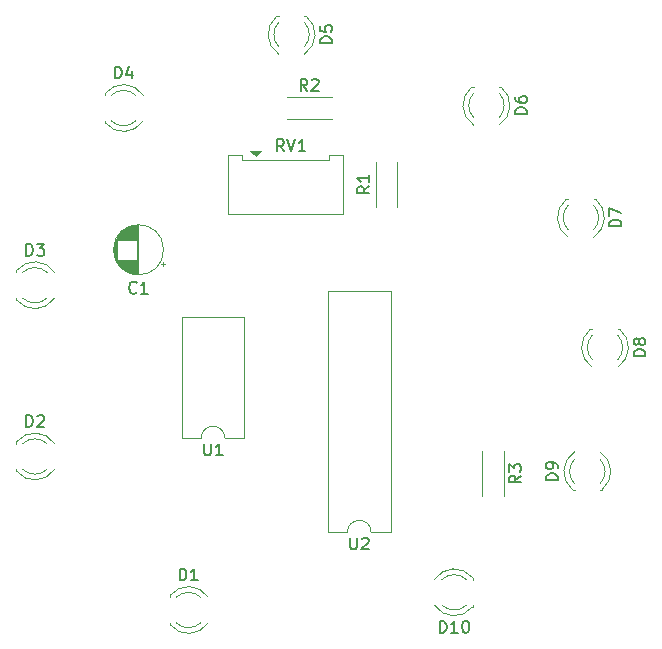
<source format=gbr>
%TF.GenerationSoftware,KiCad,Pcbnew,8.0.8*%
%TF.CreationDate,2025-01-31T19:08:08+05:30*%
%TF.ProjectId,LED Chaser circuit,4c454420-4368-4617-9365-722063697263,rev?*%
%TF.SameCoordinates,Original*%
%TF.FileFunction,Legend,Top*%
%TF.FilePolarity,Positive*%
%FSLAX46Y46*%
G04 Gerber Fmt 4.6, Leading zero omitted, Abs format (unit mm)*
G04 Created by KiCad (PCBNEW 8.0.8) date 2025-01-31 19:08:08*
%MOMM*%
%LPD*%
G01*
G04 APERTURE LIST*
%ADD10C,0.150000*%
%ADD11C,0.120000*%
G04 APERTURE END LIST*
D10*
X151428095Y-102864819D02*
X151428095Y-103674342D01*
X151428095Y-103674342D02*
X151475714Y-103769580D01*
X151475714Y-103769580D02*
X151523333Y-103817200D01*
X151523333Y-103817200D02*
X151618571Y-103864819D01*
X151618571Y-103864819D02*
X151809047Y-103864819D01*
X151809047Y-103864819D02*
X151904285Y-103817200D01*
X151904285Y-103817200D02*
X151951904Y-103769580D01*
X151951904Y-103769580D02*
X151999523Y-103674342D01*
X151999523Y-103674342D02*
X151999523Y-102864819D01*
X152428095Y-102960057D02*
X152475714Y-102912438D01*
X152475714Y-102912438D02*
X152570952Y-102864819D01*
X152570952Y-102864819D02*
X152809047Y-102864819D01*
X152809047Y-102864819D02*
X152904285Y-102912438D01*
X152904285Y-102912438D02*
X152951904Y-102960057D01*
X152951904Y-102960057D02*
X152999523Y-103055295D01*
X152999523Y-103055295D02*
X152999523Y-103150533D01*
X152999523Y-103150533D02*
X152951904Y-103293390D01*
X152951904Y-103293390D02*
X152380476Y-103864819D01*
X152380476Y-103864819D02*
X152999523Y-103864819D01*
X139048095Y-94904819D02*
X139048095Y-95714342D01*
X139048095Y-95714342D02*
X139095714Y-95809580D01*
X139095714Y-95809580D02*
X139143333Y-95857200D01*
X139143333Y-95857200D02*
X139238571Y-95904819D01*
X139238571Y-95904819D02*
X139429047Y-95904819D01*
X139429047Y-95904819D02*
X139524285Y-95857200D01*
X139524285Y-95857200D02*
X139571904Y-95809580D01*
X139571904Y-95809580D02*
X139619523Y-95714342D01*
X139619523Y-95714342D02*
X139619523Y-94904819D01*
X140619523Y-95904819D02*
X140048095Y-95904819D01*
X140333809Y-95904819D02*
X140333809Y-94904819D01*
X140333809Y-94904819D02*
X140238571Y-95047676D01*
X140238571Y-95047676D02*
X140143333Y-95142914D01*
X140143333Y-95142914D02*
X140048095Y-95190533D01*
X145824761Y-70154819D02*
X145491428Y-69678628D01*
X145253333Y-70154819D02*
X145253333Y-69154819D01*
X145253333Y-69154819D02*
X145634285Y-69154819D01*
X145634285Y-69154819D02*
X145729523Y-69202438D01*
X145729523Y-69202438D02*
X145777142Y-69250057D01*
X145777142Y-69250057D02*
X145824761Y-69345295D01*
X145824761Y-69345295D02*
X145824761Y-69488152D01*
X145824761Y-69488152D02*
X145777142Y-69583390D01*
X145777142Y-69583390D02*
X145729523Y-69631009D01*
X145729523Y-69631009D02*
X145634285Y-69678628D01*
X145634285Y-69678628D02*
X145253333Y-69678628D01*
X146110476Y-69154819D02*
X146443809Y-70154819D01*
X146443809Y-70154819D02*
X146777142Y-69154819D01*
X147634285Y-70154819D02*
X147062857Y-70154819D01*
X147348571Y-70154819D02*
X147348571Y-69154819D01*
X147348571Y-69154819D02*
X147253333Y-69297676D01*
X147253333Y-69297676D02*
X147158095Y-69392914D01*
X147158095Y-69392914D02*
X147062857Y-69440533D01*
X165874819Y-97626666D02*
X165398628Y-97959999D01*
X165874819Y-98198094D02*
X164874819Y-98198094D01*
X164874819Y-98198094D02*
X164874819Y-97817142D01*
X164874819Y-97817142D02*
X164922438Y-97721904D01*
X164922438Y-97721904D02*
X164970057Y-97674285D01*
X164970057Y-97674285D02*
X165065295Y-97626666D01*
X165065295Y-97626666D02*
X165208152Y-97626666D01*
X165208152Y-97626666D02*
X165303390Y-97674285D01*
X165303390Y-97674285D02*
X165351009Y-97721904D01*
X165351009Y-97721904D02*
X165398628Y-97817142D01*
X165398628Y-97817142D02*
X165398628Y-98198094D01*
X164874819Y-97293332D02*
X164874819Y-96674285D01*
X164874819Y-96674285D02*
X165255771Y-97007618D01*
X165255771Y-97007618D02*
X165255771Y-96864761D01*
X165255771Y-96864761D02*
X165303390Y-96769523D01*
X165303390Y-96769523D02*
X165351009Y-96721904D01*
X165351009Y-96721904D02*
X165446247Y-96674285D01*
X165446247Y-96674285D02*
X165684342Y-96674285D01*
X165684342Y-96674285D02*
X165779580Y-96721904D01*
X165779580Y-96721904D02*
X165827200Y-96769523D01*
X165827200Y-96769523D02*
X165874819Y-96864761D01*
X165874819Y-96864761D02*
X165874819Y-97150475D01*
X165874819Y-97150475D02*
X165827200Y-97245713D01*
X165827200Y-97245713D02*
X165779580Y-97293332D01*
X147793333Y-65034819D02*
X147460000Y-64558628D01*
X147221905Y-65034819D02*
X147221905Y-64034819D01*
X147221905Y-64034819D02*
X147602857Y-64034819D01*
X147602857Y-64034819D02*
X147698095Y-64082438D01*
X147698095Y-64082438D02*
X147745714Y-64130057D01*
X147745714Y-64130057D02*
X147793333Y-64225295D01*
X147793333Y-64225295D02*
X147793333Y-64368152D01*
X147793333Y-64368152D02*
X147745714Y-64463390D01*
X147745714Y-64463390D02*
X147698095Y-64511009D01*
X147698095Y-64511009D02*
X147602857Y-64558628D01*
X147602857Y-64558628D02*
X147221905Y-64558628D01*
X148174286Y-64130057D02*
X148221905Y-64082438D01*
X148221905Y-64082438D02*
X148317143Y-64034819D01*
X148317143Y-64034819D02*
X148555238Y-64034819D01*
X148555238Y-64034819D02*
X148650476Y-64082438D01*
X148650476Y-64082438D02*
X148698095Y-64130057D01*
X148698095Y-64130057D02*
X148745714Y-64225295D01*
X148745714Y-64225295D02*
X148745714Y-64320533D01*
X148745714Y-64320533D02*
X148698095Y-64463390D01*
X148698095Y-64463390D02*
X148126667Y-65034819D01*
X148126667Y-65034819D02*
X148745714Y-65034819D01*
X153034819Y-73126666D02*
X152558628Y-73459999D01*
X153034819Y-73698094D02*
X152034819Y-73698094D01*
X152034819Y-73698094D02*
X152034819Y-73317142D01*
X152034819Y-73317142D02*
X152082438Y-73221904D01*
X152082438Y-73221904D02*
X152130057Y-73174285D01*
X152130057Y-73174285D02*
X152225295Y-73126666D01*
X152225295Y-73126666D02*
X152368152Y-73126666D01*
X152368152Y-73126666D02*
X152463390Y-73174285D01*
X152463390Y-73174285D02*
X152511009Y-73221904D01*
X152511009Y-73221904D02*
X152558628Y-73317142D01*
X152558628Y-73317142D02*
X152558628Y-73698094D01*
X153034819Y-72174285D02*
X153034819Y-72745713D01*
X153034819Y-72459999D02*
X152034819Y-72459999D01*
X152034819Y-72459999D02*
X152177676Y-72555237D01*
X152177676Y-72555237D02*
X152272914Y-72650475D01*
X152272914Y-72650475D02*
X152320533Y-72745713D01*
X159015714Y-110914819D02*
X159015714Y-109914819D01*
X159015714Y-109914819D02*
X159253809Y-109914819D01*
X159253809Y-109914819D02*
X159396666Y-109962438D01*
X159396666Y-109962438D02*
X159491904Y-110057676D01*
X159491904Y-110057676D02*
X159539523Y-110152914D01*
X159539523Y-110152914D02*
X159587142Y-110343390D01*
X159587142Y-110343390D02*
X159587142Y-110486247D01*
X159587142Y-110486247D02*
X159539523Y-110676723D01*
X159539523Y-110676723D02*
X159491904Y-110771961D01*
X159491904Y-110771961D02*
X159396666Y-110867200D01*
X159396666Y-110867200D02*
X159253809Y-110914819D01*
X159253809Y-110914819D02*
X159015714Y-110914819D01*
X160539523Y-110914819D02*
X159968095Y-110914819D01*
X160253809Y-110914819D02*
X160253809Y-109914819D01*
X160253809Y-109914819D02*
X160158571Y-110057676D01*
X160158571Y-110057676D02*
X160063333Y-110152914D01*
X160063333Y-110152914D02*
X159968095Y-110200533D01*
X161158571Y-109914819D02*
X161253809Y-109914819D01*
X161253809Y-109914819D02*
X161349047Y-109962438D01*
X161349047Y-109962438D02*
X161396666Y-110010057D01*
X161396666Y-110010057D02*
X161444285Y-110105295D01*
X161444285Y-110105295D02*
X161491904Y-110295771D01*
X161491904Y-110295771D02*
X161491904Y-110533866D01*
X161491904Y-110533866D02*
X161444285Y-110724342D01*
X161444285Y-110724342D02*
X161396666Y-110819580D01*
X161396666Y-110819580D02*
X161349047Y-110867200D01*
X161349047Y-110867200D02*
X161253809Y-110914819D01*
X161253809Y-110914819D02*
X161158571Y-110914819D01*
X161158571Y-110914819D02*
X161063333Y-110867200D01*
X161063333Y-110867200D02*
X161015714Y-110819580D01*
X161015714Y-110819580D02*
X160968095Y-110724342D01*
X160968095Y-110724342D02*
X160920476Y-110533866D01*
X160920476Y-110533866D02*
X160920476Y-110295771D01*
X160920476Y-110295771D02*
X160968095Y-110105295D01*
X160968095Y-110105295D02*
X161015714Y-110010057D01*
X161015714Y-110010057D02*
X161063333Y-109962438D01*
X161063333Y-109962438D02*
X161158571Y-109914819D01*
X168994819Y-98008094D02*
X167994819Y-98008094D01*
X167994819Y-98008094D02*
X167994819Y-97769999D01*
X167994819Y-97769999D02*
X168042438Y-97627142D01*
X168042438Y-97627142D02*
X168137676Y-97531904D01*
X168137676Y-97531904D02*
X168232914Y-97484285D01*
X168232914Y-97484285D02*
X168423390Y-97436666D01*
X168423390Y-97436666D02*
X168566247Y-97436666D01*
X168566247Y-97436666D02*
X168756723Y-97484285D01*
X168756723Y-97484285D02*
X168851961Y-97531904D01*
X168851961Y-97531904D02*
X168947200Y-97627142D01*
X168947200Y-97627142D02*
X168994819Y-97769999D01*
X168994819Y-97769999D02*
X168994819Y-98008094D01*
X168994819Y-96960475D02*
X168994819Y-96769999D01*
X168994819Y-96769999D02*
X168947200Y-96674761D01*
X168947200Y-96674761D02*
X168899580Y-96627142D01*
X168899580Y-96627142D02*
X168756723Y-96531904D01*
X168756723Y-96531904D02*
X168566247Y-96484285D01*
X168566247Y-96484285D02*
X168185295Y-96484285D01*
X168185295Y-96484285D02*
X168090057Y-96531904D01*
X168090057Y-96531904D02*
X168042438Y-96579523D01*
X168042438Y-96579523D02*
X167994819Y-96674761D01*
X167994819Y-96674761D02*
X167994819Y-96865237D01*
X167994819Y-96865237D02*
X168042438Y-96960475D01*
X168042438Y-96960475D02*
X168090057Y-97008094D01*
X168090057Y-97008094D02*
X168185295Y-97055713D01*
X168185295Y-97055713D02*
X168423390Y-97055713D01*
X168423390Y-97055713D02*
X168518628Y-97008094D01*
X168518628Y-97008094D02*
X168566247Y-96960475D01*
X168566247Y-96960475D02*
X168613866Y-96865237D01*
X168613866Y-96865237D02*
X168613866Y-96674761D01*
X168613866Y-96674761D02*
X168566247Y-96579523D01*
X168566247Y-96579523D02*
X168518628Y-96531904D01*
X168518628Y-96531904D02*
X168423390Y-96484285D01*
X176414819Y-87508094D02*
X175414819Y-87508094D01*
X175414819Y-87508094D02*
X175414819Y-87269999D01*
X175414819Y-87269999D02*
X175462438Y-87127142D01*
X175462438Y-87127142D02*
X175557676Y-87031904D01*
X175557676Y-87031904D02*
X175652914Y-86984285D01*
X175652914Y-86984285D02*
X175843390Y-86936666D01*
X175843390Y-86936666D02*
X175986247Y-86936666D01*
X175986247Y-86936666D02*
X176176723Y-86984285D01*
X176176723Y-86984285D02*
X176271961Y-87031904D01*
X176271961Y-87031904D02*
X176367200Y-87127142D01*
X176367200Y-87127142D02*
X176414819Y-87269999D01*
X176414819Y-87269999D02*
X176414819Y-87508094D01*
X175843390Y-86365237D02*
X175795771Y-86460475D01*
X175795771Y-86460475D02*
X175748152Y-86508094D01*
X175748152Y-86508094D02*
X175652914Y-86555713D01*
X175652914Y-86555713D02*
X175605295Y-86555713D01*
X175605295Y-86555713D02*
X175510057Y-86508094D01*
X175510057Y-86508094D02*
X175462438Y-86460475D01*
X175462438Y-86460475D02*
X175414819Y-86365237D01*
X175414819Y-86365237D02*
X175414819Y-86174761D01*
X175414819Y-86174761D02*
X175462438Y-86079523D01*
X175462438Y-86079523D02*
X175510057Y-86031904D01*
X175510057Y-86031904D02*
X175605295Y-85984285D01*
X175605295Y-85984285D02*
X175652914Y-85984285D01*
X175652914Y-85984285D02*
X175748152Y-86031904D01*
X175748152Y-86031904D02*
X175795771Y-86079523D01*
X175795771Y-86079523D02*
X175843390Y-86174761D01*
X175843390Y-86174761D02*
X175843390Y-86365237D01*
X175843390Y-86365237D02*
X175891009Y-86460475D01*
X175891009Y-86460475D02*
X175938628Y-86508094D01*
X175938628Y-86508094D02*
X176033866Y-86555713D01*
X176033866Y-86555713D02*
X176224342Y-86555713D01*
X176224342Y-86555713D02*
X176319580Y-86508094D01*
X176319580Y-86508094D02*
X176367200Y-86460475D01*
X176367200Y-86460475D02*
X176414819Y-86365237D01*
X176414819Y-86365237D02*
X176414819Y-86174761D01*
X176414819Y-86174761D02*
X176367200Y-86079523D01*
X176367200Y-86079523D02*
X176319580Y-86031904D01*
X176319580Y-86031904D02*
X176224342Y-85984285D01*
X176224342Y-85984285D02*
X176033866Y-85984285D01*
X176033866Y-85984285D02*
X175938628Y-86031904D01*
X175938628Y-86031904D02*
X175891009Y-86079523D01*
X175891009Y-86079523D02*
X175843390Y-86174761D01*
X174374819Y-76508094D02*
X173374819Y-76508094D01*
X173374819Y-76508094D02*
X173374819Y-76269999D01*
X173374819Y-76269999D02*
X173422438Y-76127142D01*
X173422438Y-76127142D02*
X173517676Y-76031904D01*
X173517676Y-76031904D02*
X173612914Y-75984285D01*
X173612914Y-75984285D02*
X173803390Y-75936666D01*
X173803390Y-75936666D02*
X173946247Y-75936666D01*
X173946247Y-75936666D02*
X174136723Y-75984285D01*
X174136723Y-75984285D02*
X174231961Y-76031904D01*
X174231961Y-76031904D02*
X174327200Y-76127142D01*
X174327200Y-76127142D02*
X174374819Y-76269999D01*
X174374819Y-76269999D02*
X174374819Y-76508094D01*
X173374819Y-75603332D02*
X173374819Y-74936666D01*
X173374819Y-74936666D02*
X174374819Y-75365237D01*
X166374819Y-67008094D02*
X165374819Y-67008094D01*
X165374819Y-67008094D02*
X165374819Y-66769999D01*
X165374819Y-66769999D02*
X165422438Y-66627142D01*
X165422438Y-66627142D02*
X165517676Y-66531904D01*
X165517676Y-66531904D02*
X165612914Y-66484285D01*
X165612914Y-66484285D02*
X165803390Y-66436666D01*
X165803390Y-66436666D02*
X165946247Y-66436666D01*
X165946247Y-66436666D02*
X166136723Y-66484285D01*
X166136723Y-66484285D02*
X166231961Y-66531904D01*
X166231961Y-66531904D02*
X166327200Y-66627142D01*
X166327200Y-66627142D02*
X166374819Y-66769999D01*
X166374819Y-66769999D02*
X166374819Y-67008094D01*
X165374819Y-65579523D02*
X165374819Y-65769999D01*
X165374819Y-65769999D02*
X165422438Y-65865237D01*
X165422438Y-65865237D02*
X165470057Y-65912856D01*
X165470057Y-65912856D02*
X165612914Y-66008094D01*
X165612914Y-66008094D02*
X165803390Y-66055713D01*
X165803390Y-66055713D02*
X166184342Y-66055713D01*
X166184342Y-66055713D02*
X166279580Y-66008094D01*
X166279580Y-66008094D02*
X166327200Y-65960475D01*
X166327200Y-65960475D02*
X166374819Y-65865237D01*
X166374819Y-65865237D02*
X166374819Y-65674761D01*
X166374819Y-65674761D02*
X166327200Y-65579523D01*
X166327200Y-65579523D02*
X166279580Y-65531904D01*
X166279580Y-65531904D02*
X166184342Y-65484285D01*
X166184342Y-65484285D02*
X165946247Y-65484285D01*
X165946247Y-65484285D02*
X165851009Y-65531904D01*
X165851009Y-65531904D02*
X165803390Y-65579523D01*
X165803390Y-65579523D02*
X165755771Y-65674761D01*
X165755771Y-65674761D02*
X165755771Y-65865237D01*
X165755771Y-65865237D02*
X165803390Y-65960475D01*
X165803390Y-65960475D02*
X165851009Y-66008094D01*
X165851009Y-66008094D02*
X165946247Y-66055713D01*
X149874819Y-61008094D02*
X148874819Y-61008094D01*
X148874819Y-61008094D02*
X148874819Y-60769999D01*
X148874819Y-60769999D02*
X148922438Y-60627142D01*
X148922438Y-60627142D02*
X149017676Y-60531904D01*
X149017676Y-60531904D02*
X149112914Y-60484285D01*
X149112914Y-60484285D02*
X149303390Y-60436666D01*
X149303390Y-60436666D02*
X149446247Y-60436666D01*
X149446247Y-60436666D02*
X149636723Y-60484285D01*
X149636723Y-60484285D02*
X149731961Y-60531904D01*
X149731961Y-60531904D02*
X149827200Y-60627142D01*
X149827200Y-60627142D02*
X149874819Y-60769999D01*
X149874819Y-60769999D02*
X149874819Y-61008094D01*
X148874819Y-59531904D02*
X148874819Y-60008094D01*
X148874819Y-60008094D02*
X149351009Y-60055713D01*
X149351009Y-60055713D02*
X149303390Y-60008094D01*
X149303390Y-60008094D02*
X149255771Y-59912856D01*
X149255771Y-59912856D02*
X149255771Y-59674761D01*
X149255771Y-59674761D02*
X149303390Y-59579523D01*
X149303390Y-59579523D02*
X149351009Y-59531904D01*
X149351009Y-59531904D02*
X149446247Y-59484285D01*
X149446247Y-59484285D02*
X149684342Y-59484285D01*
X149684342Y-59484285D02*
X149779580Y-59531904D01*
X149779580Y-59531904D02*
X149827200Y-59579523D01*
X149827200Y-59579523D02*
X149874819Y-59674761D01*
X149874819Y-59674761D02*
X149874819Y-59912856D01*
X149874819Y-59912856D02*
X149827200Y-60008094D01*
X149827200Y-60008094D02*
X149779580Y-60055713D01*
X131491905Y-63994819D02*
X131491905Y-62994819D01*
X131491905Y-62994819D02*
X131730000Y-62994819D01*
X131730000Y-62994819D02*
X131872857Y-63042438D01*
X131872857Y-63042438D02*
X131968095Y-63137676D01*
X131968095Y-63137676D02*
X132015714Y-63232914D01*
X132015714Y-63232914D02*
X132063333Y-63423390D01*
X132063333Y-63423390D02*
X132063333Y-63566247D01*
X132063333Y-63566247D02*
X132015714Y-63756723D01*
X132015714Y-63756723D02*
X131968095Y-63851961D01*
X131968095Y-63851961D02*
X131872857Y-63947200D01*
X131872857Y-63947200D02*
X131730000Y-63994819D01*
X131730000Y-63994819D02*
X131491905Y-63994819D01*
X132920476Y-63328152D02*
X132920476Y-63994819D01*
X132682381Y-62947200D02*
X132444286Y-63661485D01*
X132444286Y-63661485D02*
X133063333Y-63661485D01*
X123991905Y-78994819D02*
X123991905Y-77994819D01*
X123991905Y-77994819D02*
X124230000Y-77994819D01*
X124230000Y-77994819D02*
X124372857Y-78042438D01*
X124372857Y-78042438D02*
X124468095Y-78137676D01*
X124468095Y-78137676D02*
X124515714Y-78232914D01*
X124515714Y-78232914D02*
X124563333Y-78423390D01*
X124563333Y-78423390D02*
X124563333Y-78566247D01*
X124563333Y-78566247D02*
X124515714Y-78756723D01*
X124515714Y-78756723D02*
X124468095Y-78851961D01*
X124468095Y-78851961D02*
X124372857Y-78947200D01*
X124372857Y-78947200D02*
X124230000Y-78994819D01*
X124230000Y-78994819D02*
X123991905Y-78994819D01*
X124896667Y-77994819D02*
X125515714Y-77994819D01*
X125515714Y-77994819D02*
X125182381Y-78375771D01*
X125182381Y-78375771D02*
X125325238Y-78375771D01*
X125325238Y-78375771D02*
X125420476Y-78423390D01*
X125420476Y-78423390D02*
X125468095Y-78471009D01*
X125468095Y-78471009D02*
X125515714Y-78566247D01*
X125515714Y-78566247D02*
X125515714Y-78804342D01*
X125515714Y-78804342D02*
X125468095Y-78899580D01*
X125468095Y-78899580D02*
X125420476Y-78947200D01*
X125420476Y-78947200D02*
X125325238Y-78994819D01*
X125325238Y-78994819D02*
X125039524Y-78994819D01*
X125039524Y-78994819D02*
X124944286Y-78947200D01*
X124944286Y-78947200D02*
X124896667Y-78899580D01*
X123991905Y-93494819D02*
X123991905Y-92494819D01*
X123991905Y-92494819D02*
X124230000Y-92494819D01*
X124230000Y-92494819D02*
X124372857Y-92542438D01*
X124372857Y-92542438D02*
X124468095Y-92637676D01*
X124468095Y-92637676D02*
X124515714Y-92732914D01*
X124515714Y-92732914D02*
X124563333Y-92923390D01*
X124563333Y-92923390D02*
X124563333Y-93066247D01*
X124563333Y-93066247D02*
X124515714Y-93256723D01*
X124515714Y-93256723D02*
X124468095Y-93351961D01*
X124468095Y-93351961D02*
X124372857Y-93447200D01*
X124372857Y-93447200D02*
X124230000Y-93494819D01*
X124230000Y-93494819D02*
X123991905Y-93494819D01*
X124944286Y-92590057D02*
X124991905Y-92542438D01*
X124991905Y-92542438D02*
X125087143Y-92494819D01*
X125087143Y-92494819D02*
X125325238Y-92494819D01*
X125325238Y-92494819D02*
X125420476Y-92542438D01*
X125420476Y-92542438D02*
X125468095Y-92590057D01*
X125468095Y-92590057D02*
X125515714Y-92685295D01*
X125515714Y-92685295D02*
X125515714Y-92780533D01*
X125515714Y-92780533D02*
X125468095Y-92923390D01*
X125468095Y-92923390D02*
X124896667Y-93494819D01*
X124896667Y-93494819D02*
X125515714Y-93494819D01*
X136991905Y-106494819D02*
X136991905Y-105494819D01*
X136991905Y-105494819D02*
X137230000Y-105494819D01*
X137230000Y-105494819D02*
X137372857Y-105542438D01*
X137372857Y-105542438D02*
X137468095Y-105637676D01*
X137468095Y-105637676D02*
X137515714Y-105732914D01*
X137515714Y-105732914D02*
X137563333Y-105923390D01*
X137563333Y-105923390D02*
X137563333Y-106066247D01*
X137563333Y-106066247D02*
X137515714Y-106256723D01*
X137515714Y-106256723D02*
X137468095Y-106351961D01*
X137468095Y-106351961D02*
X137372857Y-106447200D01*
X137372857Y-106447200D02*
X137230000Y-106494819D01*
X137230000Y-106494819D02*
X136991905Y-106494819D01*
X138515714Y-106494819D02*
X137944286Y-106494819D01*
X138230000Y-106494819D02*
X138230000Y-105494819D01*
X138230000Y-105494819D02*
X138134762Y-105637676D01*
X138134762Y-105637676D02*
X138039524Y-105732914D01*
X138039524Y-105732914D02*
X137944286Y-105780533D01*
X133333333Y-82109580D02*
X133285714Y-82157200D01*
X133285714Y-82157200D02*
X133142857Y-82204819D01*
X133142857Y-82204819D02*
X133047619Y-82204819D01*
X133047619Y-82204819D02*
X132904762Y-82157200D01*
X132904762Y-82157200D02*
X132809524Y-82061961D01*
X132809524Y-82061961D02*
X132761905Y-81966723D01*
X132761905Y-81966723D02*
X132714286Y-81776247D01*
X132714286Y-81776247D02*
X132714286Y-81633390D01*
X132714286Y-81633390D02*
X132761905Y-81442914D01*
X132761905Y-81442914D02*
X132809524Y-81347676D01*
X132809524Y-81347676D02*
X132904762Y-81252438D01*
X132904762Y-81252438D02*
X133047619Y-81204819D01*
X133047619Y-81204819D02*
X133142857Y-81204819D01*
X133142857Y-81204819D02*
X133285714Y-81252438D01*
X133285714Y-81252438D02*
X133333333Y-81300057D01*
X134285714Y-82204819D02*
X133714286Y-82204819D01*
X134000000Y-82204819D02*
X134000000Y-81204819D01*
X134000000Y-81204819D02*
X133904762Y-81347676D01*
X133904762Y-81347676D02*
X133809524Y-81442914D01*
X133809524Y-81442914D02*
X133714286Y-81490533D01*
D11*
%TO.C,U2*%
X154840000Y-102410000D02*
X154840000Y-81970000D01*
X154840000Y-81970000D02*
X149540000Y-81970000D01*
X153190000Y-102410000D02*
X154840000Y-102410000D01*
X149540000Y-102410000D02*
X151190000Y-102410000D01*
X149540000Y-81970000D02*
X149540000Y-102410000D01*
X151190000Y-102410000D02*
G75*
G02*
X153190000Y-102410000I1000000J0D01*
G01*
%TO.C,U1*%
X142460000Y-94450000D02*
X142460000Y-84170000D01*
X142460000Y-84170000D02*
X137160000Y-84170000D01*
X140810000Y-94450000D02*
X142460000Y-94450000D01*
X137160000Y-94450000D02*
X138810000Y-94450000D01*
X137160000Y-84170000D02*
X137160000Y-94450000D01*
X138810000Y-94450000D02*
G75*
G02*
X140810000Y-94450000I1000000J0D01*
G01*
%TO.C,RV1*%
X141085000Y-70450000D02*
X141085000Y-75500000D01*
X141085000Y-75500000D02*
X150835000Y-75500000D01*
X142305000Y-70450000D02*
X141085000Y-70450000D01*
X142305000Y-70450000D02*
X142305000Y-70890000D01*
X142305000Y-70890000D02*
X149615000Y-70890000D01*
X149615000Y-70450000D02*
X149615000Y-70890000D01*
X149615000Y-70450000D02*
X150835000Y-70450000D01*
X150835000Y-75500000D02*
X150835000Y-70450000D01*
X143420000Y-70600000D02*
X142970000Y-70100000D01*
X143870000Y-70100000D01*
X143420000Y-70600000D01*
G36*
X143420000Y-70600000D02*
G01*
X142970000Y-70100000D01*
X143870000Y-70100000D01*
X143420000Y-70600000D01*
G37*
%TO.C,R3*%
X164420000Y-95540000D02*
X164420000Y-99380000D01*
X162580000Y-95540000D02*
X162580000Y-99380000D01*
%TO.C,R2*%
X146040000Y-65580000D02*
X149880000Y-65580000D01*
X146040000Y-67420000D02*
X149880000Y-67420000D01*
%TO.C,R1*%
X153580000Y-74880000D02*
X153580000Y-71040000D01*
X155420000Y-74880000D02*
X155420000Y-71040000D01*
%TO.C,D10*%
X161790000Y-108736000D02*
X161790000Y-108580000D01*
X161790000Y-106420000D02*
X161790000Y-106264000D01*
X161790000Y-108735516D02*
G75*
G02*
X158558603Y-108580061I-1560000J1235516D01*
G01*
X161270961Y-108580000D02*
G75*
G02*
X159189090Y-108580049I-1040961J1080000D01*
G01*
X159189090Y-106419951D02*
G75*
G02*
X161270961Y-106420000I1040910J-1080049D01*
G01*
X158558603Y-106419939D02*
G75*
G02*
X161790000Y-106264484I1671397J-1080061D01*
G01*
%TO.C,D9*%
X170264000Y-98830000D02*
X170420000Y-98830000D01*
X172580000Y-98830000D02*
X172736000Y-98830000D01*
X170264484Y-98830000D02*
G75*
G02*
X170419939Y-95598603I1235516J1560000D01*
G01*
X170420000Y-98310961D02*
G75*
G02*
X170419951Y-96229090I1080000J1040961D01*
G01*
X172580049Y-96229090D02*
G75*
G02*
X172580000Y-98310961I-1080049J-1040910D01*
G01*
X172580061Y-95598603D02*
G75*
G02*
X172735516Y-98830000I-1080061J-1671397D01*
G01*
%TO.C,D8*%
X174236000Y-85210000D02*
X174080000Y-85210000D01*
X171920000Y-85210000D02*
X171764000Y-85210000D01*
X174235516Y-85210000D02*
G75*
G02*
X174080061Y-88441397I-1235516J-1560000D01*
G01*
X174080000Y-85729039D02*
G75*
G02*
X174080049Y-87810910I-1080000J-1040961D01*
G01*
X171919951Y-87810910D02*
G75*
G02*
X171920000Y-85729039I1080049J1040910D01*
G01*
X171919939Y-88441397D02*
G75*
G02*
X171764484Y-85210000I1080061J1671397D01*
G01*
%TO.C,D7*%
X172196000Y-74210000D02*
X172040000Y-74210000D01*
X169880000Y-74210000D02*
X169724000Y-74210000D01*
X172195516Y-74210000D02*
G75*
G02*
X172040061Y-77441397I-1235516J-1560000D01*
G01*
X172040000Y-74729039D02*
G75*
G02*
X172040049Y-76810910I-1080000J-1040961D01*
G01*
X169879951Y-76810910D02*
G75*
G02*
X169880000Y-74729039I1080049J1040910D01*
G01*
X169879939Y-77441397D02*
G75*
G02*
X169724484Y-74210000I1080061J1671397D01*
G01*
%TO.C,D6*%
X164196000Y-64710000D02*
X164040000Y-64710000D01*
X161880000Y-64710000D02*
X161724000Y-64710000D01*
X164195516Y-64710000D02*
G75*
G02*
X164040061Y-67941397I-1235516J-1560000D01*
G01*
X164040000Y-65229039D02*
G75*
G02*
X164040049Y-67310910I-1080000J-1040961D01*
G01*
X161879951Y-67310910D02*
G75*
G02*
X161880000Y-65229039I1080049J1040910D01*
G01*
X161879939Y-67941397D02*
G75*
G02*
X161724484Y-64710000I1080061J1671397D01*
G01*
%TO.C,D5*%
X147696000Y-58710000D02*
X147540000Y-58710000D01*
X145380000Y-58710000D02*
X145224000Y-58710000D01*
X147695516Y-58710000D02*
G75*
G02*
X147540061Y-61941397I-1235516J-1560000D01*
G01*
X147540000Y-59229039D02*
G75*
G02*
X147540049Y-61310910I-1080000J-1040961D01*
G01*
X145379951Y-61310910D02*
G75*
G02*
X145380000Y-59229039I1080049J1040910D01*
G01*
X145379939Y-61941397D02*
G75*
G02*
X145224484Y-58710000I1080061J1671397D01*
G01*
%TO.C,D4*%
X130670000Y-65264000D02*
X130670000Y-65420000D01*
X130670000Y-67580000D02*
X130670000Y-67736000D01*
X130670000Y-65264484D02*
G75*
G02*
X133901397Y-65419939I1560000J-1235516D01*
G01*
X131189039Y-65420000D02*
G75*
G02*
X133270910Y-65419951I1040961J-1080000D01*
G01*
X133270910Y-67580049D02*
G75*
G02*
X131189039Y-67580000I-1040910J1080049D01*
G01*
X133901397Y-67580061D02*
G75*
G02*
X130670000Y-67735516I-1671397J1080061D01*
G01*
%TO.C,D3*%
X123170000Y-80264000D02*
X123170000Y-80420000D01*
X123170000Y-82580000D02*
X123170000Y-82736000D01*
X123170000Y-80264484D02*
G75*
G02*
X126401397Y-80419939I1560000J-1235516D01*
G01*
X123689039Y-80420000D02*
G75*
G02*
X125770910Y-80419951I1040961J-1080000D01*
G01*
X125770910Y-82580049D02*
G75*
G02*
X123689039Y-82580000I-1040910J1080049D01*
G01*
X126401397Y-82580061D02*
G75*
G02*
X123170000Y-82735516I-1671397J1080061D01*
G01*
%TO.C,D2*%
X123170000Y-94764000D02*
X123170000Y-94920000D01*
X123170000Y-97080000D02*
X123170000Y-97236000D01*
X123170000Y-94764484D02*
G75*
G02*
X126401397Y-94919939I1560000J-1235516D01*
G01*
X123689039Y-94920000D02*
G75*
G02*
X125770910Y-94919951I1040961J-1080000D01*
G01*
X125770910Y-97080049D02*
G75*
G02*
X123689039Y-97080000I-1040910J1080049D01*
G01*
X126401397Y-97080061D02*
G75*
G02*
X123170000Y-97235516I-1671397J1080061D01*
G01*
%TO.C,D1*%
X136170000Y-107764000D02*
X136170000Y-107920000D01*
X136170000Y-110080000D02*
X136170000Y-110236000D01*
X136170000Y-107764484D02*
G75*
G02*
X139401397Y-107919939I1560000J-1235516D01*
G01*
X136689039Y-107920000D02*
G75*
G02*
X138770910Y-107919951I1040961J-1080000D01*
G01*
X138770910Y-110080049D02*
G75*
G02*
X136689039Y-110080000I-1040910J1080049D01*
G01*
X139401397Y-110080061D02*
G75*
G02*
X136170000Y-110235516I-1671397J1080061D01*
G01*
%TO.C,C1*%
X135620000Y-78500000D02*
G75*
G02*
X131380000Y-78500000I-2120000J0D01*
G01*
X131380000Y-78500000D02*
G75*
G02*
X135620000Y-78500000I2120000J0D01*
G01*
X131419000Y-78870000D02*
X131419000Y-78130000D01*
X131459000Y-79037000D02*
X131459000Y-77963000D01*
X131499000Y-79164000D02*
X131499000Y-77836000D01*
X131539000Y-79268000D02*
X131539000Y-77732000D01*
X131579000Y-79359000D02*
X131579000Y-77641000D01*
X131619000Y-79440000D02*
X131619000Y-77560000D01*
X131659000Y-79513000D02*
X131659000Y-77487000D01*
X131699000Y-77660000D02*
X131699000Y-77420000D01*
X131699000Y-79580000D02*
X131699000Y-79340000D01*
X131739000Y-77660000D02*
X131739000Y-77358000D01*
X131739000Y-79642000D02*
X131739000Y-79340000D01*
X131779000Y-77660000D02*
X131779000Y-77300000D01*
X131779000Y-79700000D02*
X131779000Y-79340000D01*
X131819000Y-77660000D02*
X131819000Y-77246000D01*
X131819000Y-79754000D02*
X131819000Y-79340000D01*
X131859000Y-77660000D02*
X131859000Y-77196000D01*
X131859000Y-79804000D02*
X131859000Y-79340000D01*
X131899000Y-77660000D02*
X131899000Y-77149000D01*
X131899000Y-79851000D02*
X131899000Y-79340000D01*
X131939000Y-77660000D02*
X131939000Y-77104000D01*
X131939000Y-79896000D02*
X131939000Y-79340000D01*
X131979000Y-77660000D02*
X131979000Y-77062000D01*
X131979000Y-79938000D02*
X131979000Y-79340000D01*
X132019000Y-77660000D02*
X132019000Y-77022000D01*
X132019000Y-79978000D02*
X132019000Y-79340000D01*
X132059000Y-77660000D02*
X132059000Y-76984000D01*
X132059000Y-80016000D02*
X132059000Y-79340000D01*
X132099000Y-77660000D02*
X132099000Y-76948000D01*
X132099000Y-80052000D02*
X132099000Y-79340000D01*
X132139000Y-77660000D02*
X132139000Y-76913000D01*
X132139000Y-80087000D02*
X132139000Y-79340000D01*
X132179000Y-77660000D02*
X132179000Y-76881000D01*
X132179000Y-80119000D02*
X132179000Y-79340000D01*
X132219000Y-77660000D02*
X132219000Y-76850000D01*
X132219000Y-80150000D02*
X132219000Y-79340000D01*
X132259000Y-77660000D02*
X132259000Y-76820000D01*
X132259000Y-80180000D02*
X132259000Y-79340000D01*
X132299000Y-77660000D02*
X132299000Y-76792000D01*
X132299000Y-80208000D02*
X132299000Y-79340000D01*
X132339000Y-77660000D02*
X132339000Y-76765000D01*
X132339000Y-80235000D02*
X132339000Y-79340000D01*
X132379000Y-77660000D02*
X132379000Y-76740000D01*
X132379000Y-80260000D02*
X132379000Y-79340000D01*
X132419000Y-77660000D02*
X132419000Y-76715000D01*
X132419000Y-80285000D02*
X132419000Y-79340000D01*
X132459000Y-77660000D02*
X132459000Y-76692000D01*
X132459000Y-80308000D02*
X132459000Y-79340000D01*
X132499000Y-77660000D02*
X132499000Y-76670000D01*
X132499000Y-80330000D02*
X132499000Y-79340000D01*
X132539000Y-77660000D02*
X132539000Y-76649000D01*
X132539000Y-80351000D02*
X132539000Y-79340000D01*
X132579000Y-77660000D02*
X132579000Y-76630000D01*
X132579000Y-80370000D02*
X132579000Y-79340000D01*
X132619000Y-77660000D02*
X132619000Y-76611000D01*
X132619000Y-80389000D02*
X132619000Y-79340000D01*
X132659000Y-77660000D02*
X132659000Y-76593000D01*
X132659000Y-80407000D02*
X132659000Y-79340000D01*
X132699000Y-77660000D02*
X132699000Y-76576000D01*
X132699000Y-80424000D02*
X132699000Y-79340000D01*
X132739000Y-77660000D02*
X132739000Y-76560000D01*
X132739000Y-80440000D02*
X132739000Y-79340000D01*
X132779000Y-77660000D02*
X132779000Y-76546000D01*
X132779000Y-80454000D02*
X132779000Y-79340000D01*
X132820000Y-77660000D02*
X132820000Y-76532000D01*
X132820000Y-80468000D02*
X132820000Y-79340000D01*
X132860000Y-77660000D02*
X132860000Y-76518000D01*
X132860000Y-80482000D02*
X132860000Y-79340000D01*
X132900000Y-77660000D02*
X132900000Y-76506000D01*
X132900000Y-80494000D02*
X132900000Y-79340000D01*
X132940000Y-77660000D02*
X132940000Y-76495000D01*
X132940000Y-80505000D02*
X132940000Y-79340000D01*
X132980000Y-77660000D02*
X132980000Y-76484000D01*
X132980000Y-80516000D02*
X132980000Y-79340000D01*
X133020000Y-77660000D02*
X133020000Y-76475000D01*
X133020000Y-80525000D02*
X133020000Y-79340000D01*
X133060000Y-77660000D02*
X133060000Y-76466000D01*
X133060000Y-80534000D02*
X133060000Y-79340000D01*
X133100000Y-77660000D02*
X133100000Y-76458000D01*
X133100000Y-80542000D02*
X133100000Y-79340000D01*
X133140000Y-77660000D02*
X133140000Y-76450000D01*
X133140000Y-80550000D02*
X133140000Y-79340000D01*
X133180000Y-77660000D02*
X133180000Y-76444000D01*
X133180000Y-80556000D02*
X133180000Y-79340000D01*
X133220000Y-77660000D02*
X133220000Y-76438000D01*
X133220000Y-80562000D02*
X133220000Y-79340000D01*
X133260000Y-77660000D02*
X133260000Y-76433000D01*
X133260000Y-80567000D02*
X133260000Y-79340000D01*
X133300000Y-77660000D02*
X133300000Y-76429000D01*
X133300000Y-80571000D02*
X133300000Y-79340000D01*
X133340000Y-80574000D02*
X133340000Y-76426000D01*
X133380000Y-80577000D02*
X133380000Y-76423000D01*
X133420000Y-80579000D02*
X133420000Y-76421000D01*
X133460000Y-80580000D02*
X133460000Y-76420000D01*
X133500000Y-80580000D02*
X133500000Y-76420000D01*
X135569801Y-79895000D02*
X135569801Y-79495000D01*
X135769801Y-79695000D02*
X135369801Y-79695000D01*
%TD*%
M02*

</source>
